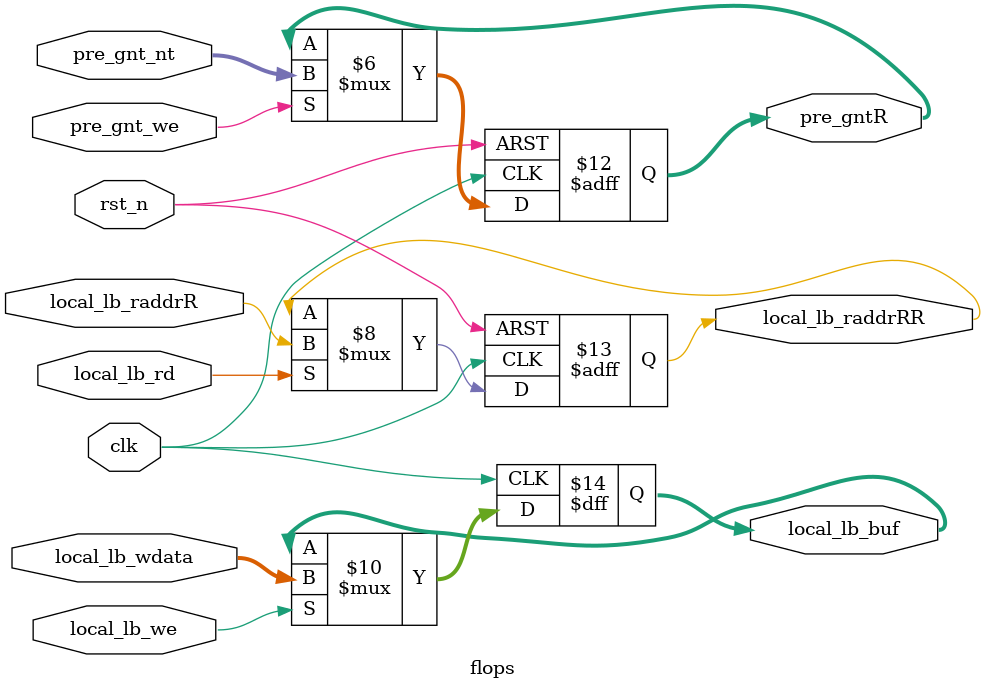
<source format=sv>

module flops (
  output  logic     [3:0]  local_lb_buf,
  output  logic            local_lb_raddrRR,
  output  logic     [8:0]  pre_gntR,
  input   logic            clk,
  input   logic            local_lb_we,
  input   logic     [3:0]  local_lb_wdata,
  input   logic            rst_n,
  input   logic            local_lb_rd,
  input   logic            local_lb_raddrR,
  input   logic            pre_gnt_we,
  input   logic     [8:0]  pre_gnt_nt
); 


//&Logics;


//&FB_ENFLOP (clk, local_lb_we, local_lb_wdata[3:0], local_lb_buf[3:0])
always_ff @(posedge clk) begin
    if (local_lb_we) begin local_lb_buf[3:0] <= local_lb_wdata[3:0]; end
end


//&FB_ENFLOP_RST (clk, rst_n, local_lb_rd, local_lb_raddrR, local_lb_raddrRR)
always_ff @(posedge clk or negedge rst_n) begin
    if (~rst_n) begin local_lb_raddrRR <= '0; end
    else if (local_lb_rd) begin local_lb_raddrRR <= local_lb_raddrR; end
end


//&FB_ENFLOP_RS(clk, rst_n, 2'b00, pre_gnt_we, pre_gnt_nt[8:0], pre_gntR[8:0])
always_ff @(posedge clk or negedge rst_n) begin
    if (~rst_n) begin pre_gntR[8:0] <= 2'b00; end
    else if (pre_gnt_we) begin pre_gntR[8:0] <= pre_gnt_nt[8:0]; end
end


endmodule

</source>
